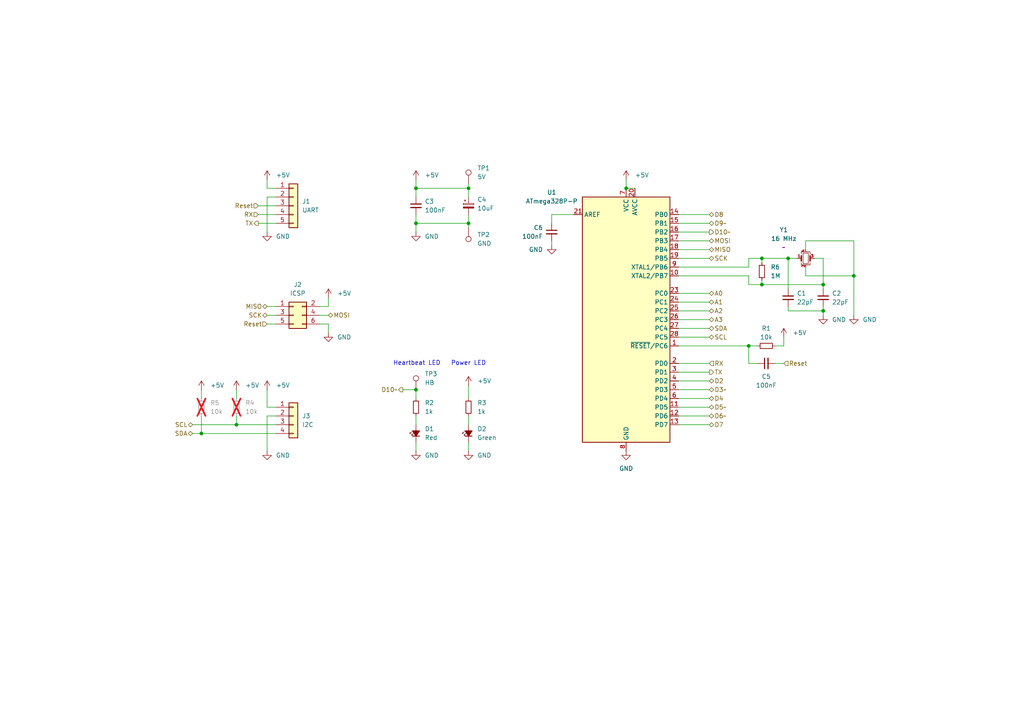
<source format=kicad_sch>
(kicad_sch (version 20250114) (generator "eeschema") (generator_version "9.0")
  (paper "A4")
  (title_block (title "${Project Title}") (date "2025-08-14") (rev "${Revision}") (company "${Company Name}") (comment 1 "${Designed By}"))
  (lib_symbols
    (symbol "Connector:TestPoint" (pin_numbers (hide yes)) (pin_names (offset 0.762) (hide yes))
      (property "Reference" "TP" (at 0 6.858 0))
      (property "Value" "TestPoint" (at 0 5.08 0))
      (symbol "TestPoint_0_1"
        (circle (center 0 3.302) (radius 0.762))
      )
      (symbol "TestPoint_1_1"
        (pin passive line (at 0 0 90) (length 2.54) (name "1") (number "1"))
      )
    )
    (symbol "Connector_Generic:Conn_01x04" (pin_names (offset 1.016) (hide yes))
      (property "Reference" "J" (at 0 5.08 0))
      (property "Value" "Conn_01x04" (at 0 -7.62 0))
      (symbol "Conn_01x04_1_1"
        (rectangle (start -1.27 3.81) (end 1.27 -6.35) (stroke (width 0.254)) (fill (type background)))
        (rectangle (start -1.27 2.667) (end 0 2.413) (stroke (width 0.1524)))
        (rectangle (start -1.27 0.127) (end 0 -0.127) (stroke (width 0.1524)))
        (rectangle (start -1.27 -2.413) (end 0 -2.667) (stroke (width 0.1524)))
        (rectangle (start -1.27 -4.953) (end 0 -5.207) (stroke (width 0.1524)))
        (pin passive line (at -5.08 2.54 0) (length 3.81) (name "Pin_1") (number "1"))
        (pin passive line (at -5.08 0 0) (length 3.81) (name "Pin_2") (number "2"))
        (pin passive line (at -5.08 -2.54 0) (length 3.81) (name "Pin_3") (number "3"))
        (pin passive line (at -5.08 -5.08 0) (length 3.81) (name "Pin_4") (number "4"))
      )
    )
    (symbol "Connector_Generic:Conn_01x05" (pin_names (offset 1.016) (hide yes))
      (property "Reference" "J" (at 0 7.62 0))
      (property "Value" "Conn_01x05" (at 0 -7.62 0))
      (symbol "Conn_01x05_1_1"
        (rectangle (start -1.27 6.35) (end 1.27 -6.35) (stroke (width 0.254)) (fill (type background)))
        (rectangle (start -1.27 5.207) (end 0 4.953) (stroke (width 0.1524)))
        (rectangle (start -1.27 2.667) (end 0 2.413) (stroke (width 0.1524)))
        (rectangle (start -1.27 0.127) (end 0 -0.127) (stroke (width 0.1524)))
        (rectangle (start -1.27 -2.413) (end 0 -2.667) (stroke (width 0.1524)))
        (rectangle (start -1.27 -4.953) (end 0 -5.207) (stroke (width 0.1524)))
        (pin passive line (at -5.08 5.08 0) (length 3.81) (name "Pin_1") (number "1"))
        (pin passive line (at -5.08 2.54 0) (length 3.81) (name "Pin_2") (number "2"))
        (pin passive line (at -5.08 0 0) (length 3.81) (name "Pin_3") (number "3"))
        (pin passive line (at -5.08 -2.54 0) (length 3.81) (name "Pin_4") (number "4"))
        (pin passive line (at -5.08 -5.08 0) (length 3.81) (name "Pin_5") (number "5"))
      )
    )
    (symbol "Connector_Generic:Conn_02x03_Odd_Even" (pin_names (offset 1.016) (hide yes))
      (property "Reference" "J" (at 1.27 5.08 0))
      (property "Value" "Conn_02x03_Odd_Even" (at 1.27 -5.08 0))
      (symbol "Conn_02x03_Odd_Even_1_1"
        (rectangle (start -1.27 3.81) (end 3.81 -3.81) (stroke (width 0.254)) (fill (type background)))
        (rectangle (start -1.27 2.667) (end 0 2.413) (stroke (width 0.1524)))
        (rectangle (start -1.27 0.127) (end 0 -0.127) (stroke (width 0.1524)))
        (rectangle (start -1.27 -2.413) (end 0 -2.667) (stroke (width 0.1524)))
        (rectangle (start 3.81 2.667) (end 2.54 2.413) (stroke (width 0.1524)))
        (rectangle (start 3.81 0.127) (end 2.54 -0.127) (stroke (width 0.1524)))
        (rectangle (start 3.81 -2.413) (end 2.54 -2.667) (stroke (width 0.1524)))
        (pin passive line (at -5.08 2.54 0) (length 3.81) (name "Pin_1") (number "1"))
        (pin passive line (at -5.08 0 0) (length 3.81) (name "Pin_3") (number "3"))
        (pin passive line (at -5.08 -2.54 0) (length 3.81) (name "Pin_5") (number "5"))
        (pin passive line (at 7.62 2.54 180) (length 3.81) (name "Pin_2") (number "2"))
        (pin passive line (at 7.62 0 180) (length 3.81) (name "Pin_4") (number "4"))
        (pin passive line (at 7.62 -2.54 180) (length 3.81) (name "Pin_6") (number "6"))
      )
    )
    (symbol "Device:C_Polarized_Small" (pin_numbers (hide yes)) (pin_names (offset 0.254) (hide yes))
      (property "Reference" "C" (at 0.254 1.778 0))
      (property "Value" "C_Polarized_Small" (at 0.254 -2.032 0))
      (symbol "C_Polarized_Small_0_1"
        (rectangle (start -1.524 0.6858) (end 1.524 0.3048))
        (rectangle (start -1.524 -0.3048) (end 1.524 -0.6858) (fill (type outline)))
        (polyline (pts (xy -1.27 1.524) (xy -0.762 1.524)))
        (polyline (pts (xy -1.016 1.27) (xy -1.016 1.778)))
      )
      (symbol "C_Polarized_Small_1_1"
        (pin passive line (at 0 2.54 270) (length 1.8542) (name "~") (number "1"))
        (pin passive line (at 0 -2.54 90) (length 1.8542) (name "~") (number "2"))
      )
    )
    (symbol "Device:C_Small" (pin_numbers (hide yes)) (pin_names (offset 0.254) (hide yes))
      (property "Reference" "C" (at 0.254 1.778 0))
      (property "Value" "C_Small" (at 0.254 -2.032 0))
      (symbol "C_Small_0_1"
        (polyline (pts (xy -1.524 0.508) (xy 1.524 0.508)) (stroke (width 0.3048)))
        (polyline (pts (xy -1.524 -0.508) (xy 1.524 -0.508)) (stroke (width 0.3302)))
      )
      (symbol "C_Small_1_1"
        (pin passive line (at 0 2.54 270) (length 2.032) (name "~") (number "1"))
        (pin passive line (at 0 -2.54 90) (length 2.032) (name "~") (number "2"))
      )
    )
    (symbol "Device:Crystal_GND24_Small" (pin_names (offset 1.016) (hide yes))
      (property "Reference" "Y" (at 1.27 4.445 0))
      (property "Value" "Crystal_GND24_Small" (at 1.27 2.54 0))
      (symbol "Crystal_GND24_Small_0_1"
        (polyline (pts (xy -1.27 1.27) (xy -1.27 1.905) (xy 1.27 1.905) (xy 1.27 1.27)))
        (polyline (pts (xy -1.27 -0.762) (xy -1.27 0.762)) (stroke (width 0.381)))
        (polyline (pts (xy -1.27 -1.27) (xy -1.27 -1.905) (xy 1.27 -1.905) (xy 1.27 -1.27)))
        (rectangle (start -0.762 -1.524) (end 0.762 1.524))
        (polyline (pts (xy 1.27 -0.762) (xy 1.27 0.762)) (stroke (width 0.381)))
      )
      (symbol "Crystal_GND24_Small_1_1"
        (pin passive line (at -2.54 0 0) (length 1.27) (name "1") (number "1"))
        (pin passive line (at 0 2.54 270) (length 0.635) (name "4") (number "4"))
        (pin passive line (at 0 -2.54 90) (length 0.635) (name "2") (number "2"))
        (pin passive line (at 2.54 0 180) (length 1.27) (name "3") (number "3"))
      )
    )
    (symbol "Device:LED_Small_Filled" (pin_numbers (hide yes)) (pin_names (offset 0.254) (hide yes))
      (property "Reference" "D" (at -1.27 3.175 0))
      (property "Value" "LED_Small_Filled" (at -4.445 -2.54 0))
      (symbol "LED_Small_Filled_0_1"
        (polyline (pts (xy -0.762 -1.016) (xy -0.762 1.016)) (stroke (width 0.254)))
        (polyline (pts (xy 0 0.762) (xy -0.508 1.27) (xy -0.254 1.27) (xy -0.508 1.27) (xy -0.508 1.016)))
        (polyline (pts (xy 0.508 1.27) (xy 0 1.778) (xy 0.254 1.778) (xy 0 1.778) (xy 0 1.524)))
        (polyline (pts (xy 0.762 -1.016) (xy -0.762 0) (xy 0.762 1.016) (xy 0.762 -1.016)) (stroke (width 0.254)) (fill (type outline)))
        (polyline (pts (xy 1.016 0) (xy -0.762 0)))
      )
      (symbol "LED_Small_Filled_1_1"
        (pin passive line (at -2.54 0 0) (length 1.778) (name "K") (number "1"))
        (pin passive line (at 2.54 0 180) (length 1.778) (name "A") (number "2"))
      )
    )
    (symbol "Device:R_Small" (pin_numbers (hide yes)) (pin_names (offset 0.254) (hide yes))
      (property "Reference" "R" (at 0.762 0.508 0))
      (property "Value" "R_Small" (at 0.762 -1.016 0))
      (symbol "R_Small_0_1"
        (rectangle (start -0.762 1.778) (end 0.762 -1.778) (stroke (width 0.2032)))
      )
      (symbol "R_Small_1_1"
        (pin passive line (at 0 2.54 270) (length 0.762) (name "~") (number "1"))
        (pin passive line (at 0 -2.54 90) (length 0.762) (name "~") (number "2"))
      )
    )
    (symbol "MCU_Microchip_ATmega:ATmega328P-P"
      (property "Reference" "U" (at -12.7 36.83 0))
      (property "Value" "ATmega328P-P" (at 2.54 -36.83 0))
      (symbol "ATmega328P-P_0_1"
        (rectangle (start -12.7 -35.56) (end 12.7 35.56) (stroke (width 0.254)) (fill (type background)))
      )
      (symbol "ATmega328P-P_1_1"
        (pin passive line (at -15.24 30.48 0) (length 2.54) (name "AREF") (number "21"))
        (pin power_in line (at 0 38.1 270) (length 2.54) (name "VCC") (number "7"))
        (pin passive line (at 0 -38.1 90) (length 2.54) (hide yes) (name "GND") (number "22"))
        (pin power_in line (at 0 -38.1 90) (length 2.54) (name "GND") (number "8"))
        (pin power_in line (at 2.54 38.1 270) (length 2.54) (name "AVCC") (number "20"))
        (pin bidirectional line (at 15.24 30.48 180) (length 2.54) (name "PB0") (number "14"))
        (pin bidirectional line (at 15.24 27.94 180) (length 2.54) (name "PB1") (number "15"))
        (pin bidirectional line (at 15.24 25.4 180) (length 2.54) (name "PB2") (number "16"))
        (pin bidirectional line (at 15.24 22.86 180) (length 2.54) (name "PB3") (number "17"))
        (pin bidirectional line (at 15.24 20.32 180) (length 2.54) (name "PB4") (number "18"))
        (pin bidirectional line (at 15.24 17.78 180) (length 2.54) (name "PB5") (number "19"))
        (pin bidirectional line (at 15.24 15.24 180) (length 2.54) (name "XTAL1/PB6") (number "9"))
        (pin bidirectional line (at 15.24 12.7 180) (length 2.54) (name "XTAL2/PB7") (number "10"))
        (pin bidirectional line (at 15.24 7.62 180) (length 2.54) (name "PC0") (number "23"))
        (pin bidirectional line (at 15.24 5.08 180) (length 2.54) (name "PC1") (number "24"))
        (pin bidirectional line (at 15.24 2.54 180) (length 2.54) (name "PC2") (number "25"))
        (pin bidirectional line (at 15.24 0 180) (length 2.54) (name "PC3") (number "26"))
        (pin bidirectional line (at 15.24 -2.54 180) (length 2.54) (name "PC4") (number "27"))
        (pin bidirectional line (at 15.24 -5.08 180) (length 2.54) (name "PC5") (number "28"))
        (pin bidirectional line (at 15.24 -7.62 180) (length 2.54) (name "~{RESET}/PC6") (number "1"))
        (pin bidirectional line (at 15.24 -12.7 180) (length 2.54) (name "PD0") (number "2"))
        (pin bidirectional line (at 15.24 -15.24 180) (length 2.54) (name "PD1") (number "3"))
        (pin bidirectional line (at 15.24 -17.78 180) (length 2.54) (name "PD2") (number "4"))
        (pin bidirectional line (at 15.24 -20.32 180) (length 2.54) (name "PD3") (number "5"))
        (pin bidirectional line (at 15.24 -22.86 180) (length 2.54) (name "PD4") (number "6"))
        (pin bidirectional line (at 15.24 -25.4 180) (length 2.54) (name "PD5") (number "11"))
        (pin bidirectional line (at 15.24 -27.94 180) (length 2.54) (name "PD6") (number "12"))
        (pin bidirectional line (at 15.24 -30.48 180) (length 2.54) (name "PD7") (number "13"))
      )
    )
    (symbol "power:+5V" (power) (pin_numbers (hide yes)) (pin_names (offset 0) (hide yes))
      (property "Value" "+5V" (at 0 3.556 0))
      (symbol "+5V_0_1"
        (polyline (pts (xy -0.762 1.27) (xy 0 2.54)))
        (polyline (pts (xy 0 2.54) (xy 0.762 1.27)))
        (polyline (pts (xy 0 0) (xy 0 2.54)))
      )
      (symbol "+5V_1_1"
        (pin power_in line (at 0 0 90) (length 0) (name "~") (number "1"))
      )
    )
    (symbol "power:GND" (power) (pin_numbers (hide yes)) (pin_names (offset 0) (hide yes))
      (property "Value" "GND" (at 0 -3.81 0))
      (symbol "GND_0_1"
        (polyline (pts (xy 0 0) (xy 0 -1.27) (xy 1.27 -1.27) (xy 0 -2.54) (xy -1.27 -1.27) (xy 0 -1.27)))
      )
      (symbol "GND_1_1"
        (pin power_in line (at 0 0 270) (length 0) (name "~") (number "1"))
      )
    )
  )
  (text "Heartbeat LED" (at 120.904 105.41 0) (effects (font (size 1.27 1.27))))
  (text "Power LED" (at 135.89 105.41 0) (effects (font (size 1.27 1.27))))
  (junction (at 217.17 100.33))
  (junction (at 220.98 74.93))
  (junction (at 181.61 54.61))
  (junction (at 135.89 64.77))
  (junction (at 247.65 80.01))
  (junction (at 238.76 82.55))
  (junction (at 120.65 113.03))
  (junction (at 220.98 82.55))
  (junction (at 120.65 64.77))
  (junction (at 228.6 74.93))
  (junction (at 68.58 123.19))
  (junction (at 238.76 90.17))
  (junction (at 120.65 54.61))
  (junction (at 58.42 125.73))
  (junction (at 135.89 54.61))
  (wire (pts (xy 227.33 100.33) (xy 224.79 100.33)))
  (wire (pts (xy 196.85 107.95) (xy 205.74 107.95)))
  (wire (pts (xy 135.89 120.65) (xy 135.89 123.19)))
  (wire (pts (xy 74.93 64.77) (xy 80.01 64.77)))
  (wire (pts (xy 217.17 82.55) (xy 220.98 82.55)))
  (wire (pts (xy 95.25 86.36) (xy 95.25 88.9)))
  (wire (pts (xy 135.89 128.27) (xy 135.89 130.81)))
  (wire (pts (xy 196.85 69.85) (xy 205.74 69.85)))
  (wire (pts (xy 77.47 120.65) (xy 80.01 120.65)))
  (wire (pts (xy 160.02 69.85) (xy 160.02 71.12)))
  (wire (pts (xy 120.65 64.77) (xy 135.89 64.77)))
  (wire (pts (xy 217.17 82.55) (xy 217.17 80.01)))
  (wire (pts (xy 196.85 64.77) (xy 205.74 64.77)))
  (wire (pts (xy 58.42 125.73) (xy 55.88 125.73)))
  (wire (pts (xy 196.85 87.63) (xy 205.74 87.63)))
  (wire (pts (xy 233.68 69.85) (xy 247.65 69.85)))
  (wire (pts (xy 196.85 97.79) (xy 205.74 97.79)))
  (wire (pts (xy 77.47 93.98) (xy 80.01 93.98)))
  (wire (pts (xy 77.47 91.44) (xy 80.01 91.44)))
  (wire (pts (xy 220.98 82.55) (xy 220.98 81.28)))
  (wire (pts (xy 228.6 74.93) (xy 231.14 74.93)))
  (wire (pts (xy 77.47 57.15) (xy 77.47 67.31)))
  (wire (pts (xy 95.25 93.98) (xy 92.71 93.98)))
  (wire (pts (xy 233.68 77.47) (xy 233.68 80.01)))
  (wire (pts (xy 238.76 83.82) (xy 238.76 82.55)))
  (wire (pts (xy 196.85 110.49) (xy 205.74 110.49)))
  (wire (pts (xy 196.85 100.33) (xy 217.17 100.33)))
  (wire (pts (xy 228.6 88.9) (xy 228.6 90.17)))
  (wire (pts (xy 238.76 74.93) (xy 238.76 82.55)))
  (wire (pts (xy 217.17 74.93) (xy 217.17 77.47)))
  (wire (pts (xy 196.85 74.93) (xy 205.74 74.93)))
  (wire (pts (xy 247.65 69.85) (xy 247.65 80.01)))
  (wire (pts (xy 120.65 64.77) (xy 120.65 67.31)))
  (wire (pts (xy 247.65 80.01) (xy 247.65 91.44)))
  (wire (pts (xy 196.85 115.57) (xy 205.74 115.57)))
  (wire (pts (xy 77.47 88.9) (xy 80.01 88.9)))
  (wire (pts (xy 160.02 62.23) (xy 160.02 64.77)))
  (wire (pts (xy 220.98 74.93) (xy 220.98 76.2)))
  (wire (pts (xy 135.89 54.61) (xy 135.89 57.15)))
  (wire (pts (xy 236.22 74.93) (xy 238.76 74.93)))
  (wire (pts (xy 228.6 74.93) (xy 228.6 83.82)))
  (wire (pts (xy 68.58 123.19) (xy 55.88 123.19)))
  (wire (pts (xy 80.01 54.61) (xy 77.47 54.61)))
  (wire (pts (xy 77.47 54.61) (xy 77.47 52.07)))
  (wire (pts (xy 74.93 62.23) (xy 80.01 62.23)))
  (wire (pts (xy 74.93 59.69) (xy 80.01 59.69)))
  (wire (pts (xy 135.89 111.76) (xy 135.89 115.57)))
  (wire (pts (xy 58.42 120.65) (xy 58.42 125.73)))
  (wire (pts (xy 120.65 115.57) (xy 120.65 113.03)))
  (wire (pts (xy 196.85 113.03) (xy 205.74 113.03)))
  (wire (pts (xy 238.76 88.9) (xy 238.76 90.17)))
  (wire (pts (xy 80.01 123.19) (xy 68.58 123.19)))
  (wire (pts (xy 228.6 90.17) (xy 238.76 90.17)))
  (wire (pts (xy 217.17 77.47) (xy 196.85 77.47)))
  (wire (pts (xy 77.47 113.03) (xy 77.47 118.11)))
  (wire (pts (xy 196.85 85.09) (xy 205.74 85.09)))
  (wire (pts (xy 196.85 62.23) (xy 205.74 62.23)))
  (wire (pts (xy 196.85 67.31) (xy 205.74 67.31)))
  (wire (pts (xy 196.85 123.19) (xy 205.74 123.19)))
  (wire (pts (xy 196.85 72.39) (xy 205.74 72.39)))
  (wire (pts (xy 220.98 74.93) (xy 228.6 74.93)))
  (wire (pts (xy 120.65 120.65) (xy 120.65 123.19)))
  (wire (pts (xy 58.42 113.03) (xy 58.42 115.57)))
  (wire (pts (xy 233.68 72.39) (xy 233.68 69.85)))
  (wire (pts (xy 135.89 53.34) (xy 135.89 54.61)))
  (wire (pts (xy 196.85 95.25) (xy 205.74 95.25)))
  (wire (pts (xy 80.01 57.15) (xy 77.47 57.15)))
  (wire (pts (xy 120.65 128.27) (xy 120.65 130.81)))
  (wire (pts (xy 217.17 105.41) (xy 217.17 100.33)))
  (wire (pts (xy 220.98 82.55) (xy 238.76 82.55)))
  (wire (pts (xy 77.47 118.11) (xy 80.01 118.11)))
  (wire (pts (xy 219.71 105.41) (xy 217.17 105.41)))
  (wire (pts (xy 80.01 125.73) (xy 58.42 125.73)))
  (wire (pts (xy 217.17 100.33) (xy 219.71 100.33)))
  (wire (pts (xy 166.37 62.23) (xy 160.02 62.23)))
  (wire (pts (xy 196.85 80.01) (xy 217.17 80.01)))
  (wire (pts (xy 233.68 80.01) (xy 247.65 80.01)))
  (wire (pts (xy 196.85 118.11) (xy 205.74 118.11)))
  (wire (pts (xy 92.71 91.44) (xy 95.25 91.44)))
  (wire (pts (xy 181.61 52.07) (xy 181.61 54.61)))
  (wire (pts (xy 120.65 54.61) (xy 120.65 57.15)))
  (wire (pts (xy 227.33 97.79) (xy 227.33 100.33)))
  (wire (pts (xy 196.85 90.17) (xy 205.74 90.17)))
  (wire (pts (xy 77.47 120.65) (xy 77.47 130.81)))
  (wire (pts (xy 68.58 120.65) (xy 68.58 123.19)))
  (wire (pts (xy 120.65 64.77) (xy 120.65 62.23)))
  (wire (pts (xy 196.85 105.41) (xy 205.74 105.41)))
  (wire (pts (xy 238.76 90.17) (xy 238.76 91.44)))
  (wire (pts (xy 120.65 52.07) (xy 120.65 54.61)))
  (wire (pts (xy 217.17 74.93) (xy 220.98 74.93)))
  (wire (pts (xy 95.25 96.52) (xy 95.25 93.98)))
  (wire (pts (xy 184.15 54.61) (xy 181.61 54.61)))
  (wire (pts (xy 224.79 105.41) (xy 227.33 105.41)))
  (wire (pts (xy 135.89 62.23) (xy 135.89 64.77)))
  (wire (pts (xy 120.65 54.61) (xy 135.89 54.61)))
  (wire (pts (xy 95.25 88.9) (xy 92.71 88.9)))
  (wire (pts (xy 135.89 64.77) (xy 135.89 66.04)))
  (wire (pts (xy 120.65 113.03) (xy 116.84 113.03)))
  (wire (pts (xy 196.85 120.65) (xy 205.74 120.65)))
  (wire (pts (xy 68.58 113.03) (xy 68.58 115.57)))
  (wire (pts (xy 196.85 92.71) (xy 205.74 92.71)))
  (hierarchical_label "SCL" (shape bidirectional) (at 55.88 123.19 180))
  (hierarchical_label "Reset" (shape input) (at 227.33 105.41 0))
  (hierarchical_label "MISO" (shape bidirectional) (at 205.74 72.39 0))
  (hierarchical_label "D3~" (shape bidirectional) (at 205.74 113.03 0))
  (hierarchical_label "TX" (shape output) (at 205.74 107.95 0))
  (hierarchical_label "A0" (shape bidirectional) (at 205.74 85.09 0))
  (hierarchical_label "MOSI" (shape bidirectional) (at 205.74 69.85 0))
  (hierarchical_label "SDA" (shape bidirectional) (at 55.88 125.73 180))
  (hierarchical_label "A3" (shape bidirectional) (at 205.74 92.71 0))
  (hierarchical_label "D10~" (shape output) (at 116.84 113.03 180))
  (hierarchical_label "SCL" (shape bidirectional) (at 205.74 97.79 0))
  (hierarchical_label "Reset" (shape input) (at 74.93 59.69 180))
  (hierarchical_label "MISO" (shape bidirectional) (at 77.47 88.9 180))
  (hierarchical_label "A1" (shape bidirectional) (at 205.74 87.63 0))
  (hierarchical_label "SDA" (shape bidirectional) (at 205.74 95.25 0))
  (hierarchical_label "D6~" (shape bidirectional) (at 205.74 120.65 0))
  (hierarchical_label "D4" (shape bidirectional) (at 205.74 115.57 0))
  (hierarchical_label "MOSI" (shape bidirectional) (at 95.25 91.44 0))
  (hierarchical_label "D5~" (shape bidirectional) (at 205.74 118.11 0))
  (hierarchical_label "D10~" (shape output) (at 205.74 67.31 0))
  (hierarchical_label "D7" (shape bidirectional) (at 205.74 123.19 0))
  (hierarchical_label "SCK" (shape bidirectional) (at 77.47 91.44 180))
  (hierarchical_label "D8" (shape bidirectional) (at 205.74 62.23 0))
  (hierarchical_label "A2" (shape bidirectional) (at 205.74 90.17 0))
  (hierarchical_label "Reset" (shape input) (at 77.47 93.98 180))
  (hierarchical_label "RX" (shape input) (at 74.93 62.23 180))
  (hierarchical_label "D9~" (shape bidirectional) (at 205.74 64.77 0))
  (hierarchical_label "D2" (shape bidirectional) (at 205.74 110.49 0))
  (hierarchical_label "SCK" (shape bidirectional) (at 205.74 74.93 0))
  (hierarchical_label "RX" (shape input) (at 205.74 105.41 0))
  (hierarchical_label "TX" (shape output) (at 74.93 64.77 180))
  (symbol (lib_id "Device:R_Small") (at 58.42 118.11 180) (unit 1) (dnp yes)
    (property "Reference" "R5" (at 60.96 116.8399 0) (effects (justify right)))
    (property "Value" "10k" (at 60.96 119.3799 0) (effects (justify right)))
    (property "Footprint" "Resistor_SMD:R_0805_2012Metric_Pad1.20x1.40mm_HandSolder" (effects (hide yes)))
    (property "Description" "Resistor, small symbol" (effects (hide yes)))
  )
  (symbol (lib_id "power:GND") (at 77.47 67.31 0) (unit 1)
    (property "Reference" "#PWR09" (effects (hide yes)))
    (property "Value" "GND" (at 80.01 68.5799 0) (effects (justify left)))
    (property "Description" "Power symbol creates a global label with name \"GND\" , ground" (effects (hide yes)))
  )
  (symbol (lib_id "power:GND") (at 95.25 96.52 0) (unit 1)
    (property "Reference" "#PWR011" (effects (hide yes)))
    (property "Value" "GND" (at 97.79 97.7899 0) (effects (justify left)))
    (property "Description" "Power symbol creates a global label with name \"GND\" , ground" (effects (hide yes)))
  )
  (symbol (lib_id "Device:C_Small") (at 120.65 59.69 0) (unit 1)
    (property "Reference" "C3" (at 123.19 58.4262 0) (effects (justify left)))
    (property "Value" "100nF" (at 123.19 60.9662 0) (effects (justify left)))
    (property "Footprint" "Capacitor_SMD:C_0805_2012Metric_Pad1.18x1.45mm_HandSolder" (effects (hide yes)))
    (property "Description" "Unpolarized capacitor, small symbol" (effects (hide yes)))
  )
  (symbol (lib_id "power:+5V") (at 120.65 52.07 0) (unit 1)
    (property "Reference" "#PWR06" (effects (hide yes)))
    (property "Value" "+5V" (at 123.19 50.7999 0) (effects (justify left)))
    (property "Description" "Power symbol creates a global label with name \"+5V\"" (effects (hide yes)))
  )
  (symbol (lib_id "Device:C_Small") (at 238.76 86.36 0) (unit 1)
    (property "Reference" "C2" (at 241.3 85.0962 0) (effects (justify left)))
    (property "Value" "22pF" (at 241.3 87.6362 0) (effects (justify left)))
    (property "Footprint" "Capacitor_SMD:C_0805_2012Metric_Pad1.18x1.45mm_HandSolder" (effects (hide yes)))
    (property "Description" "Unpolarized capacitor, small symbol" (effects (hide yes)))
  )
  (symbol (lib_id "Device:C_Small") (at 222.25 105.41 90) (unit 1)
    (property "Reference" "C5" (at 222.2563 109.22 90))
    (property "Value" "100nF" (at 222.2563 111.76 90))
    (property "Footprint" "Capacitor_SMD:C_0805_2012Metric_Pad1.18x1.45mm_HandSolder" (effects (hide yes)))
    (property "Description" "Unpolarized capacitor, small symbol" (effects (hide yes)))
  )
  (symbol (lib_id "power:GND") (at 135.89 130.81 0) (unit 1)
    (property "Reference" "#PWR013" (effects (hide yes)))
    (property "Value" "GND" (at 138.43 132.0799 0) (effects (justify left)))
    (property "Description" "Power symbol creates a global label with name \"GND\" , ground" (effects (hide yes)))
  )
  (symbol (lib_id "power:+5V") (at 227.33 97.79 0) (unit 1)
    (property "Reference" "#PWR04" (effects (hide yes)))
    (property "Value" "+5V" (at 229.87 96.5199 0) (effects (justify left)))
    (property "Description" "Power symbol creates a global label with name \"+5V\"" (effects (hide yes)))
  )
  (symbol (lib_id "Device:Crystal_GND24_Small") (at 233.68 74.93 0) (unit 1)
    (property "Reference" "Y1" (at 227.33 66.6682 0))
    (property "Value" "16 MHz" (at 227.33 69.2082 0))
    (property "Footprint" "Crystal:Crystal_SMD_EuroQuartz_MQ-4Pin_7.0x5.0mm_HandSoldering" (effects (hide yes)))
    (property "Datasheet" "~" (at 227.33 71.7482 0))
    (property "Description" "Four pin crystal, GND on pins 2 and 4" (effects (hide yes)))
    (property "MFR" "EUROQUARTZ" (effects (hide yes)))
    (property "MFR #" "8.000MHZ MQ/30/30/-4085/12PF/ATF" (effects (hide yes)))
    (property "FN#" "1640910" (effects (hide yes)))
  )
  (symbol (lib_id "power:GND") (at 160.02 71.12 0) (unit 1)
    (property "Reference" "#PWR08" (effects (hide yes)))
    (property "Value" "GND" (at 157.48 72.3899 0) (effects (justify right)))
    (property "Description" "Power symbol creates a global label with name \"GND\" , ground" (effects (hide yes)))
  )
  (symbol (lib_id "power:GND") (at 181.61 130.81 0) (unit 1)
    (property "Reference" "#PWR01" (effects (hide yes)))
    (property "Value" "GND" (at 181.61 135.89 0))
    (property "Description" "Power symbol creates a global label with name \"GND\" , ground" (effects (hide yes)))
  )
  (symbol (lib_id "power:GND") (at 238.76 91.44 0) (unit 1)
    (property "Reference" "#PWR05" (effects (hide yes)))
    (property "Value" "GND" (at 241.3 92.7099 0) (effects (justify left)))
    (property "Description" "Power symbol creates a global label with name \"GND\" , ground" (effects (hide yes)))
  )
  (symbol (lib_id "Device:C_Small") (at 228.6 86.36 0) (unit 1)
    (property "Reference" "C1" (at 231.14 85.0962 0) (effects (justify left)))
    (property "Value" "22pF" (at 231.14 87.6362 0) (effects (justify left)))
    (property "Footprint" "Capacitor_SMD:C_0805_2012Metric_Pad1.18x1.45mm_HandSolder" (effects (hide yes)))
    (property "Description" "Unpolarized capacitor, small symbol" (effects (hide yes)))
  )
  (symbol (lib_id "MCU_Microchip_ATmega:ATmega328P-P") (at 181.61 92.71 0) (unit 1)
    (property "Reference" "U1" (at 160.02 55.8098 0))
    (property "Value" "ATmega328P-P" (at 160.02 58.3498 0))
    (property "Footprint" "Package_DIP:DIP-28_W7.62mm" (effects (hide yes)))
    (property "Description" "20MHz, 32kB Flash, 2kB SRAM, 1kB EEPROM, DIP-28" (effects (hide yes)))
    (property "FN#" "1715487" (effects (hide yes)))
    (property "MFR" "Microchip" (effects (hide yes)))
    (property "MFR#" "ATMEGA328P-PU" (effects (hide yes)))
  )
  (symbol (lib_id "power:GND") (at 120.65 130.81 0) (unit 1)
    (property "Reference" "#PWR012" (effects (hide yes)))
    (property "Value" "GND" (at 123.19 132.0799 0) (effects (justify left)))
    (property "Description" "Power symbol creates a global label with name \"GND\" , ground" (effects (hide yes)))
  )
  (symbol (lib_id "Device:R_Small") (at 222.25 100.33 90) (unit 1)
    (property "Reference" "R1" (at 222.25 95.25 90))
    (property "Value" "10k" (at 222.25 97.79 90))
    (property "Footprint" "Resistor_SMD:R_0805_2012Metric_Pad1.20x1.40mm_HandSolder" (effects (hide yes)))
    (property "Description" "Resistor, small symbol" (effects (hide yes)))
  )
  (symbol (lib_id "Device:R_Small") (at 220.98 78.74 180) (unit 1)
    (property "Reference" "R6" (at 223.52 77.4699 0) (effects (justify right)))
    (property "Value" "1M" (at 223.52 80.0099 0) (effects (justify right)))
    (property "Footprint" "Resistor_SMD:R_0805_2012Metric_Pad1.20x1.40mm_HandSolder" (effects (hide yes)))
    (property "Description" "Resistor, small symbol" (effects (hide yes)))
  )
  (symbol (lib_id "power:+5V") (at 181.61 52.07 0) (unit 1)
    (property "Reference" "#PWR03" (effects (hide yes)))
    (property "Value" "+5V" (at 184.15 50.7999 0) (effects (justify left)))
    (property "Description" "Power symbol creates a global label with name \"+5V\"" (effects (hide yes)))
  )
  (symbol (lib_id "Device:R_Small") (at 120.65 118.11 180) (unit 1)
    (property "Reference" "R2" (at 123.19 116.8399 0) (effects (justify right)))
    (property "Value" "1k" (at 123.19 119.3799 0) (effects (justify right)))
    (property "Footprint" "Resistor_SMD:R_0805_2012Metric_Pad1.20x1.40mm_HandSolder" (effects (hide yes)))
    (property "Description" "Resistor, small symbol" (effects (hide yes)))
  )
  (symbol (lib_id "power:+5V") (at 58.42 113.03 0) (unit 1)
    (property "Reference" "#PWR017" (effects (hide yes)))
    (property "Value" "+5V" (at 60.96 111.7599 0) (effects (justify left)))
    (property "Description" "Power symbol creates a global label with name \"+5V\"" (effects (hide yes)))
  )
  (symbol (lib_id "Device:R_Small") (at 135.89 118.11 180) (unit 1)
    (property "Reference" "R3" (at 138.43 116.8399 0) (effects (justify right)))
    (property "Value" "1k" (at 138.43 119.3799 0) (effects (justify right)))
    (property "Footprint" "Resistor_SMD:R_0805_2012Metric_Pad1.20x1.40mm_HandSolder" (effects (hide yes)))
    (property "Description" "Resistor, small symbol" (effects (hide yes)))
  )
  (symbol (lib_id "Device:LED_Small_Filled") (at 135.89 125.73 90) (unit 1)
    (property "Reference" "D2" (at 138.43 124.3964 90) (effects (justify right)))
    (property "Value" "Green" (at 138.43 126.9364 90) (effects (justify right)))
    (property "Footprint" "Diode_SMD:D_0805_2012Metric_Pad1.15x1.40mm_HandSolder" (effects (hide yes)))
    (property "Description" "Light emitting diode, small symbol, filled shape" (effects (hide yes)))
  )
  (symbol (lib_id "power:+5V") (at 68.58 113.03 0) (unit 1)
    (property "Reference" "#PWR018" (effects (hide yes)))
    (property "Value" "+5V" (at 71.12 111.7599 0) (effects (justify left)))
    (property "Description" "Power symbol creates a global label with name \"+5V\"" (effects (hide yes)))
  )
  (symbol (lib_id "Connector_Generic:Conn_01x04") (at 85.09 120.65 0) (unit 1)
    (property "Reference" "J3" (at 87.63 120.6499 0) (effects (justify left)))
    (property "Value" "I2C" (at 87.63 123.1899 0) (effects (justify left)))
    (property "Footprint" "Connector_PinHeader_2.54mm:PinHeader_1x04_P2.54mm_Vertical" (effects (hide yes)))
    (property "Description" "Generic connector, single row, 01x04, script generated (kicad-library-utils/schlib/autogen/connector/)" (effects (hide yes)))
  )
  (symbol (lib_id "Device:C_Small") (at 160.02 67.31 0) (unit 1)
    (property "Reference" "C6" (at 157.48 66.0462 0) (effects (justify right)))
    (property "Value" "100nF" (at 157.48 68.5862 0) (effects (justify right)))
    (property "Footprint" "Capacitor_SMD:C_0805_2012Metric_Pad1.18x1.45mm_HandSolder" (effects (hide yes)))
    (property "Description" "Unpolarized capacitor, small symbol" (effects (hide yes)))
  )
  (symbol (lib_id "power:+5V") (at 77.47 52.07 0) (unit 1)
    (property "Reference" "#PWR02" (effects (hide yes)))
    (property "Value" "+5V" (at 80.01 50.7999 0) (effects (justify left)))
    (property "Description" "Power symbol creates a global label with name \"+5V\"" (effects (hide yes)))
  )
  (symbol (lib_id "power:GND") (at 247.65 91.44 0) (unit 1)
    (property "Reference" "#PWR019" (effects (hide yes)))
    (property "Value" "GND" (at 250.19 92.7099 0) (effects (justify left)))
    (property "Description" "Power symbol creates a global label with name \"GND\" , ground" (effects (hide yes)))
  )
  (symbol (lib_id "power:+5V") (at 135.89 111.76 0) (unit 1)
    (property "Reference" "#PWR014" (effects (hide yes)))
    (property "Value" "+5V" (at 138.43 110.4899 0) (effects (justify left)))
    (property "Description" "Power symbol creates a global label with name \"+5V\"" (effects (hide yes)))
  )
  (symbol (lib_id "Connector_Generic:Conn_02x03_Odd_Even") (at 85.09 91.44 0) (unit 1)
    (property "Reference" "J2" (at 86.36 82.55 0))
    (property "Value" "ICSP" (at 86.36 85.09 0))
    (property "Footprint" "Connector_PinHeader_2.54mm:PinHeader_2x03_P2.54mm_Vertical" (effects (hide yes)))
    (property "Description" "Generic connector, double row, 02x03, odd/even pin numbering scheme (row 1 odd numbers, row 2 even numbers), script generated (kicad-library-utils/schlib/autogen/connector/)" (effects (hide yes)))
  )
  (symbol (lib_id "Device:LED_Small_Filled") (at 120.65 125.73 90) (unit 1)
    (property "Reference" "D1" (at 123.19 124.3964 90) (effects (justify right)))
    (property "Value" "Red" (at 123.19 126.9364 90) (effects (justify right)))
    (property "Footprint" "Diode_SMD:D_0805_2012Metric_Pad1.15x1.40mm_HandSolder" (effects (hide yes)))
    (property "Description" "Light emitting diode, small symbol, filled shape" (effects (hide yes)))
  )
  (symbol (lib_id "power:GND") (at 120.65 67.31 0) (unit 1)
    (property "Reference" "#PWR07" (effects (hide yes)))
    (property "Value" "GND" (at 123.19 68.5799 0) (effects (justify left)))
    (property "Description" "Power symbol creates a global label with name \"GND\" , ground" (effects (hide yes)))
  )
  (symbol (lib_id "Device:R_Small") (at 68.58 118.11 180) (unit 1) (dnp yes)
    (property "Reference" "R4" (at 71.12 116.8399 0) (effects (justify right)))
    (property "Value" "10k" (at 71.12 119.3799 0) (effects (justify right)))
    (property "Footprint" "Resistor_SMD:R_0805_2012Metric_Pad1.20x1.40mm_HandSolder" (effects (hide yes)))
    (property "Description" "Resistor, small symbol" (effects (hide yes)))
  )
  (symbol (lib_id "Connector:TestPoint") (at 135.89 66.04 180) (unit 1)
    (property "Reference" "TP2" (at 138.43 68.0719 0) (effects (justify right)))
    (property "Value" "GND" (at 138.43 70.6119 0) (effects (justify right)))
    (property "Footprint" "TestPoint:TestPoint_Pad_D1.0mm" (effects (hide yes)))
    (property "Description" "test point" (effects (hide yes)))
  )
  (symbol (lib_id "power:+5V") (at 95.25 86.36 0) (unit 1)
    (property "Reference" "#PWR010" (effects (hide yes)))
    (property "Value" "+5V" (at 97.79 85.0899 0) (effects (justify left)))
    (property "Description" "Power symbol creates a global label with name \"+5V\"" (effects (hide yes)))
  )
  (symbol (lib_id "power:GND") (at 77.47 130.81 0) (unit 1)
    (property "Reference" "#PWR016" (effects (hide yes)))
    (property "Value" "GND" (at 80.01 132.0799 0) (effects (justify left)))
    (property "Description" "Power symbol creates a global label with name \"GND\" , ground" (effects (hide yes)))
  )
  (symbol (lib_id "Connector:TestPoint") (at 120.65 113.03 0) (unit 1)
    (property "Reference" "TP3" (at 123.19 108.4579 0) (effects (justify left)))
    (property "Value" "HB" (at 123.19 110.9979 0) (effects (justify left)))
    (property "Footprint" "TestPoint:TestPoint_Pad_D1.0mm" (effects (hide yes)))
    (property "Description" "test point" (effects (hide yes)))
  )
  (symbol (lib_id "Connector:TestPoint") (at 135.89 53.34 0) (unit 1)
    (property "Reference" "TP1" (at 138.43 48.7679 0) (effects (justify left)))
    (property "Value" "5V" (at 138.43 51.3079 0) (effects (justify left)))
    (property "Footprint" "TestPoint:TestPoint_Pad_D1.0mm" (effects (hide yes)))
    (property "Description" "test point" (effects (hide yes)))
  )
  (symbol (lib_id "Device:C_Polarized_Small") (at 135.89 59.69 0) (unit 1)
    (property "Reference" "C4" (at 138.43 57.8738 0) (effects (justify left)))
    (property "Value" "10uF" (at 138.43 60.4138 0) (effects (justify left)))
    (property "Footprint" "Capacitor_SMD:C_Elec_6.3x5.8" (effects (hide yes)))
    (property "Description" "Polarized capacitor, small symbol" (effects (hide yes)))
    (property "FN#" "2069187" (effects (hide yes)))
    (property "MFR#" "EXV106M035A9DAA" (effects (hide yes)))
  )
  (symbol (lib_id "power:+5V") (at 77.47 113.03 0) (unit 1)
    (property "Reference" "#PWR015" (effects (hide yes)))
    (property "Value" "+5V" (at 80.01 111.7599 0) (effects (justify left)))
    (property "Description" "Power symbol creates a global label with name \"+5V\"" (effects (hide yes)))
  )
  (symbol (lib_id "Connector_Generic:Conn_01x05") (at 85.09 59.69 0) (unit 1)
    (property "Reference" "J1" (at 87.63 58.4199 0) (effects (justify left)))
    (property "Value" "UART" (at 87.63 60.9599 0) (effects (justify left)))
    (property "Footprint" "Connector_PinHeader_2.54mm:PinHeader_1x05_P2.54mm_Vertical" (effects (hide yes)))
    (property "Description" "Generic connector, single row, 01x05, script generated (kicad-library-utils/schlib/autogen/connector/)" (effects (hide yes)))
  )
)
</source>
